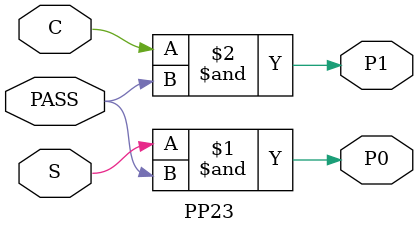
<source format=v>
module PP23(S, C, PASS, P0, P1);
input   S;
input   C;
input   PASS;
output  P0;
output  P1;
and g0(P0, S, PASS);
and g1(P1, C, PASS);
endmodule
</source>
